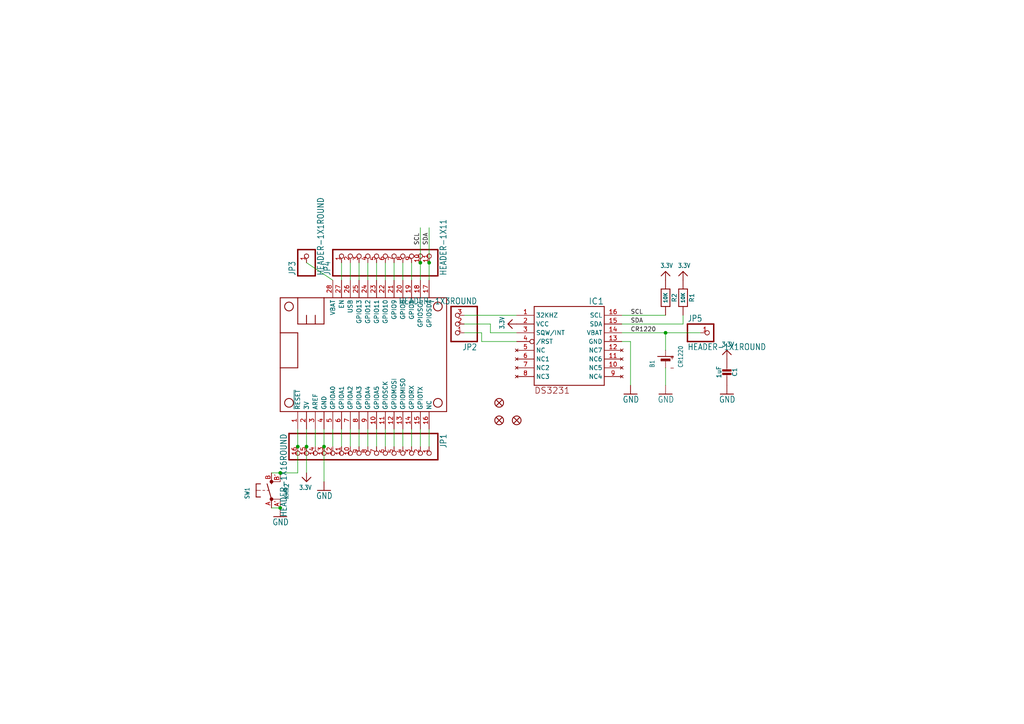
<source format=kicad_sch>
(kicad_sch (version 20211123) (generator eeschema)
  (paper "A4")
  (lib_symbols
    (symbol "eagleSchem-eagle-import:3.3V" (power)
      (property "Value" "3.3V" (at -1.524 1.016 0))
      (symbol "3.3V_1_0"
        (polyline (pts (xy -1.27 -1.27) (xy 0 0)) (stroke (width 0.254)))
        (polyline (pts (xy 0 0) (xy 1.27 -1.27)) (stroke (width 0.254)))
        (pin power_in line (at 0 -2.54 90) (length 2.54) (name "3.3V") (number "1"))
      )
    )
    (symbol "eagleSchem-eagle-import:BATTERYCR1220_2"
      (property "Reference" "B" (at -2.54 3.175 0))
      (property "Value" "BATTERYCR1220_2" (at -2.54 -5.08 0))
      (symbol "BATTERYCR1220_2_1_0"
        (polyline (pts (xy -2.54 0) (xy -0.635 0)) (stroke (width 0.1524)))
        (polyline (pts (xy -0.508 -1.27) (xy -0.508 1.27)) (stroke (width 0.254)))
        (polyline (pts (xy -0.508 1.27) (xy -0.254 1.27)) (stroke (width 0.254)))
        (polyline (pts (xy -0.254 -1.27) (xy -0.508 -1.27)) (stroke (width 0.254)))
        (polyline (pts (xy -0.254 1.27) (xy -0.254 -1.27)) (stroke (width 0.254)))
        (polyline (pts (xy -0.254 1.27) (xy 0 1.27)) (stroke (width 0.254)))
        (polyline (pts (xy 0 -1.27) (xy -0.254 -1.27)) (stroke (width 0.254)))
        (polyline (pts (xy 0 1.27) (xy 0 -1.27)) (stroke (width 0.254)))
        (polyline (pts (xy 0.762 2.286) (xy 0.762 -2.286)) (stroke (width 0.254)))
        (polyline (pts (xy 0.889 0) (xy 2.54 0)) (stroke (width 0.1524)))
        (text "+" (at 1.27 -1.143 900) (effects (font (size 1.27 1.0795)) (justify right top)))
        (text "-" (at -1.778 -1.143 900) (effects (font (size 1.27 1.0795)) (justify right top)))
        (pin passive line (at 2.54 0 180) (length 0) (name "+") (number "+"))
        (pin passive line (at -2.54 0 0) (length 0) (name "-") (number "-"))
      )
    )
    (symbol "eagleSchem-eagle-import:CAP_CERAMIC0805-NOOUTLINE"
      (property "Reference" "C" (at -2.29 1.25 90))
      (property "Value" "CAP_CERAMIC0805-NOOUTLINE" (at 2.3 1.25 90))
      (symbol "CAP_CERAMIC0805-NOOUTLINE_1_0"
        (rectangle (start -1.27 0.508) (end 1.27 1.016) (fill (type outline)))
        (rectangle (start -1.27 1.524) (end 1.27 2.032) (fill (type outline)))
        (polyline (pts (xy 0 0.762) (xy 0 0)) (stroke (width 0.1524)))
        (polyline (pts (xy 0 2.54) (xy 0 1.778)) (stroke (width 0.1524)))
        (pin passive line (at 0 5.08 270) (length 2.54) (name "1") (number "1"))
        (pin passive line (at 0 -2.54 90) (length 2.54) (name "2") (number "2"))
      )
    )
    (symbol "eagleSchem-eagle-import:DS3231{slash}SO"
      (property "Reference" "IC" (at 10.16 15.24 0))
      (symbol "DS3231{slash}SO_1_0"
        (polyline (pts (xy -10.16 -10.16) (xy -10.16 12.7)) (stroke (width 0.254)))
        (polyline (pts (xy -10.16 12.7) (xy 10.16 12.7)) (stroke (width 0.254)))
        (polyline (pts (xy 10.16 -10.16) (xy -10.16 -10.16)) (stroke (width 0.254)))
        (polyline (pts (xy 10.16 12.7) (xy 10.16 -10.16)) (stroke (width 0.254)))
        (text "DS3231" (at -10.16 -12.7 0) (effects (font (size 1.778 1.778)) (justify left bottom)))
        (pin output line (at -15.24 10.16 0) (length 5.08) (name "32KHZ") (number "1"))
        (pin no_connect line (at 15.24 -5.08 180) (length 5.08) (name "NC5") (number "10"))
        (pin no_connect line (at 15.24 -2.54 180) (length 5.08) (name "NC6") (number "11"))
        (pin no_connect line (at 15.24 0 180) (length 5.08) (name "NC7") (number "12"))
        (pin power_in line (at 15.24 2.54 180) (length 5.08) (name "GND") (number "13"))
        (pin power_in line (at 15.24 5.08 180) (length 5.08) (name "VBAT") (number "14"))
        (pin bidirectional line (at 15.24 7.62 180) (length 5.08) (name "SDA") (number "15"))
        (pin bidirectional line (at 15.24 10.16 180) (length 5.08) (name "SCL") (number "16"))
        (pin power_in line (at -15.24 7.62 0) (length 5.08) (name "VCC") (number "2"))
        (pin output line (at -15.24 5.08 0) (length 5.08) (name "SQW/INT") (number "3"))
        (pin passive inverted (at -15.24 2.54 0) (length 5.08) (name "/RST") (number "4"))
        (pin no_connect line (at -15.24 0 0) (length 5.08) (name "NC") (number "5"))
        (pin no_connect line (at -15.24 -2.54 0) (length 5.08) (name "NC1") (number "6"))
        (pin no_connect line (at -15.24 -5.08 0) (length 5.08) (name "NC2") (number "7"))
        (pin no_connect line (at -15.24 -7.62 0) (length 5.08) (name "NC3") (number "8"))
        (pin no_connect line (at 15.24 -7.62 180) (length 5.08) (name "NC4") (number "9"))
      )
    )
    (symbol "eagleSchem-eagle-import:FIDUCIAL{dblquote}{dblquote}"
      (symbol "FIDUCIAL{dblquote}{dblquote}_1_0"
        (polyline (pts (xy -0.762 0.762) (xy 0.762 -0.762)) (stroke (width 0.254)))
        (polyline (pts (xy 0.762 0.762) (xy -0.762 -0.762)) (stroke (width 0.254)))
        (circle (center 0 0) (radius 1.27) (stroke (width 0.254)))
      )
    )
    (symbol "eagleSchem-eagle-import:GND" (power)
      (property "Value" "GND" (at -2.54 -2.54 0))
      (symbol "GND_1_0"
        (polyline (pts (xy -1.905 0) (xy 1.905 0)) (stroke (width 0.254)))
        (pin power_in line (at 0 2.54 270) (length 2.54) (name "GND") (number "1"))
      )
    )
    (symbol "eagleSchem-eagle-import:HEADER-1X11"
      (property "Reference" "JP" (at -6.35 15.875 0))
      (property "Value" "HEADER-1X11" (at -6.35 -17.78 0))
      (symbol "HEADER-1X11_1_0"
        (polyline (pts (xy -6.35 -15.24) (xy 1.27 -15.24)) (stroke (width 0.4064)))
        (polyline (pts (xy -6.35 15.24) (xy -6.35 -15.24)) (stroke (width 0.4064)))
        (polyline (pts (xy 1.27 -15.24) (xy 1.27 15.24)) (stroke (width 0.4064)))
        (polyline (pts (xy 1.27 15.24) (xy -6.35 15.24)) (stroke (width 0.4064)))
        (pin passive inverted (at -2.54 12.7 0) (length 2.54) (name "1") (number "1"))
        (pin passive inverted (at -2.54 -10.16 0) (length 2.54) (name "10") (number "10"))
        (pin passive inverted (at -2.54 -12.7 0) (length 2.54) (name "11") (number "11"))
        (pin passive inverted (at -2.54 10.16 0) (length 2.54) (name "2") (number "2"))
        (pin passive inverted (at -2.54 7.62 0) (length 2.54) (name "3") (number "3"))
        (pin passive inverted (at -2.54 5.08 0) (length 2.54) (name "4") (number "4"))
        (pin passive inverted (at -2.54 2.54 0) (length 2.54) (name "5") (number "5"))
        (pin passive inverted (at -2.54 0 0) (length 2.54) (name "6") (number "6"))
        (pin passive inverted (at -2.54 -2.54 0) (length 2.54) (name "7") (number "7"))
        (pin passive inverted (at -2.54 -5.08 0) (length 2.54) (name "8") (number "8"))
        (pin passive inverted (at -2.54 -7.62 0) (length 2.54) (name "9") (number "9"))
      )
    )
    (symbol "eagleSchem-eagle-import:HEADER-1X16ROUND"
      (property "Reference" "JP" (at -6.35 20.955 0))
      (property "Value" "HEADER-1X16ROUND" (at -6.35 -25.4 0))
      (symbol "HEADER-1X16ROUND_1_0"
        (polyline (pts (xy -6.35 -22.86) (xy 1.27 -22.86)) (stroke (width 0.4064)))
        (polyline (pts (xy -6.35 20.32) (xy -6.35 -22.86)) (stroke (width 0.4064)))
        (polyline (pts (xy 1.27 -22.86) (xy 1.27 20.32)) (stroke (width 0.4064)))
        (polyline (pts (xy 1.27 20.32) (xy -6.35 20.32)) (stroke (width 0.4064)))
        (pin passive inverted (at -2.54 17.78 0) (length 2.54) (name "1") (number "1"))
        (pin passive inverted (at -2.54 -5.08 0) (length 2.54) (name "10") (number "10"))
        (pin passive inverted (at -2.54 -7.62 0) (length 2.54) (name "11") (number "11"))
        (pin passive inverted (at -2.54 -10.16 0) (length 2.54) (name "12") (number "12"))
        (pin passive inverted (at -2.54 -12.7 0) (length 2.54) (name "13") (number "13"))
        (pin passive inverted (at -2.54 -15.24 0) (length 2.54) (name "14") (number "14"))
        (pin passive inverted (at -2.54 -17.78 0) (length 2.54) (name "15") (number "15"))
        (pin passive inverted (at -2.54 -20.32 0) (length 2.54) (name "16") (number "16"))
        (pin passive inverted (at -2.54 15.24 0) (length 2.54) (name "2") (number "2"))
        (pin passive inverted (at -2.54 12.7 0) (length 2.54) (name "3") (number "3"))
        (pin passive inverted (at -2.54 10.16 0) (length 2.54) (name "4") (number "4"))
        (pin passive inverted (at -2.54 7.62 0) (length 2.54) (name "5") (number "5"))
        (pin passive inverted (at -2.54 5.08 0) (length 2.54) (name "6") (number "6"))
        (pin passive inverted (at -2.54 2.54 0) (length 2.54) (name "7") (number "7"))
        (pin passive inverted (at -2.54 0 0) (length 2.54) (name "8") (number "8"))
        (pin passive inverted (at -2.54 -2.54 0) (length 2.54) (name "9") (number "9"))
      )
    )
    (symbol "eagleSchem-eagle-import:HEADER-1X1ROUND"
      (property "Reference" "JP" (at -6.35 3.175 0))
      (property "Value" "HEADER-1X1ROUND" (at -6.35 -5.08 0))
      (symbol "HEADER-1X1ROUND_1_0"
        (polyline (pts (xy -6.35 -2.54) (xy 1.27 -2.54)) (stroke (width 0.4064)))
        (polyline (pts (xy -6.35 2.54) (xy -6.35 -2.54)) (stroke (width 0.4064)))
        (polyline (pts (xy 1.27 -2.54) (xy 1.27 2.54)) (stroke (width 0.4064)))
        (polyline (pts (xy 1.27 2.54) (xy -6.35 2.54)) (stroke (width 0.4064)))
        (pin passive inverted (at -2.54 0 0) (length 2.54) (name "1") (number "1"))
      )
    )
    (symbol "eagleSchem-eagle-import:HEADER-1X3ROUND"
      (property "Reference" "JP" (at -6.35 5.715 0))
      (property "Value" "HEADER-1X3ROUND" (at -6.35 -7.62 0))
      (symbol "HEADER-1X3ROUND_1_0"
        (polyline (pts (xy -6.35 -5.08) (xy 1.27 -5.08)) (stroke (width 0.4064)))
        (polyline (pts (xy -6.35 5.08) (xy -6.35 -5.08)) (stroke (width 0.4064)))
        (polyline (pts (xy 1.27 -5.08) (xy 1.27 5.08)) (stroke (width 0.4064)))
        (polyline (pts (xy 1.27 5.08) (xy -6.35 5.08)) (stroke (width 0.4064)))
        (pin passive inverted (at -2.54 2.54 0) (length 2.54) (name "1") (number "1"))
        (pin passive inverted (at -2.54 0 0) (length 2.54) (name "2") (number "2"))
        (pin passive inverted (at -2.54 -2.54 0) (length 2.54) (name "3") (number "3"))
      )
    )
    (symbol "eagleSchem-eagle-import:MICROSHIELD_NODIM"
      (symbol "MICROSHIELD_NODIM_1_0"
        (polyline (pts (xy 0 0) (xy 48.26 0)) (stroke (width 0.254)))
        (polyline (pts (xy 0 12.7) (xy 0 0)) (stroke (width 0.254)))
        (polyline (pts (xy 0 22.86) (xy 0 12.7)) (stroke (width 0.254)))
        (polyline (pts (xy 0 22.86) (xy 5.08 22.86)) (stroke (width 0.254)))
        (polyline (pts (xy 0 33.02) (xy 0 22.86)) (stroke (width 0.254)))
        (polyline (pts (xy 5.08 12.7) (xy 0 12.7)) (stroke (width 0.254)))
        (polyline (pts (xy 5.08 22.86) (xy 5.08 12.7)) (stroke (width 0.254)))
        (polyline (pts (xy 5.08 25.4) (xy 7.62 25.4)) (stroke (width 0.254)))
        (polyline (pts (xy 5.08 33.02) (xy 0 33.02)) (stroke (width 0.254)))
        (polyline (pts (xy 5.08 33.02) (xy 5.08 25.4)) (stroke (width 0.254)))
        (polyline (pts (xy 7.62 25.4) (xy 10.16 25.4)) (stroke (width 0.254)))
        (polyline (pts (xy 7.62 27.94) (xy 7.62 25.4)) (stroke (width 0.254)))
        (polyline (pts (xy 10.16 25.4) (xy 12.7 25.4)) (stroke (width 0.254)))
        (polyline (pts (xy 10.16 27.94) (xy 10.16 25.4)) (stroke (width 0.254)))
        (polyline (pts (xy 12.7 25.4) (xy 12.7 33.02)) (stroke (width 0.254)))
        (polyline (pts (xy 12.7 33.02) (xy 5.08 33.02)) (stroke (width 0.254)))
        (polyline (pts (xy 48.26 0) (xy 48.26 33.02)) (stroke (width 0.254)))
        (polyline (pts (xy 48.26 33.02) (xy 12.7 33.02)) (stroke (width 0.254)))
        (circle (center 2.54 2.54) (radius 1.27) (stroke (width 0.254)))
        (circle (center 2.54 30.48) (radius 1.27) (stroke (width 0.254)))
        (circle (center 45.72 2.54) (radius 1.27) (stroke (width 0.254)))
        (circle (center 45.72 30.48) (radius 1.27) (stroke (width 0.254)))
        (pin input line (at 5.08 -5.08 90) (length 5.08) (name "~{RESET}") (number "1"))
        (pin bidirectional line (at 27.94 -5.08 90) (length 5.08) (name "GPIOA5") (number "10"))
        (pin bidirectional line (at 30.48 -5.08 90) (length 5.08) (name "GPIOSCK") (number "11"))
        (pin bidirectional line (at 33.02 -5.08 90) (length 5.08) (name "GPIOMOSI") (number "12"))
        (pin bidirectional line (at 35.56 -5.08 90) (length 5.08) (name "GPIOMISO") (number "13"))
        (pin bidirectional line (at 38.1 -5.08 90) (length 5.08) (name "GPIORX") (number "14"))
        (pin bidirectional line (at 40.64 -5.08 90) (length 5.08) (name "GPIOTX") (number "15"))
        (pin passive line (at 43.18 -5.08 90) (length 5.08) (name "NC") (number "16"))
        (pin bidirectional line (at 43.18 38.1 270) (length 5.08) (name "GPIOSDA") (number "17"))
        (pin bidirectional line (at 40.64 38.1 270) (length 5.08) (name "GPIOSCL") (number "18"))
        (pin bidirectional line (at 38.1 38.1 270) (length 5.08) (name "GPIO5") (number "19"))
        (pin power_in line (at 7.62 -5.08 90) (length 5.08) (name "3V") (number "2"))
        (pin bidirectional line (at 35.56 38.1 270) (length 5.08) (name "GPIO6") (number "20"))
        (pin bidirectional line (at 33.02 38.1 270) (length 5.08) (name "GPIO9") (number "21"))
        (pin bidirectional line (at 30.48 38.1 270) (length 5.08) (name "GPIO10") (number "22"))
        (pin bidirectional line (at 27.94 38.1 270) (length 5.08) (name "GPIO11") (number "23"))
        (pin bidirectional line (at 25.4 38.1 270) (length 5.08) (name "GPIO12") (number "24"))
        (pin bidirectional line (at 22.86 38.1 270) (length 5.08) (name "GPIO13") (number "25"))
        (pin power_in line (at 20.32 38.1 270) (length 5.08) (name "USB") (number "26"))
        (pin passive line (at 17.78 38.1 270) (length 5.08) (name "EN") (number "27"))
        (pin power_in line (at 15.24 38.1 270) (length 5.08) (name "VBAT") (number "28"))
        (pin passive line (at 10.16 -5.08 90) (length 5.08) (name "AREF") (number "3"))
        (pin power_in line (at 12.7 -5.08 90) (length 5.08) (name "GND") (number "4"))
        (pin bidirectional line (at 15.24 -5.08 90) (length 5.08) (name "GPIOA0") (number "5"))
        (pin bidirectional line (at 17.78 -5.08 90) (length 5.08) (name "GPIOA1") (number "6"))
        (pin bidirectional line (at 20.32 -5.08 90) (length 5.08) (name "GPIOA2") (number "7"))
        (pin bidirectional line (at 22.86 -5.08 90) (length 5.08) (name "GPIOA3") (number "8"))
        (pin bidirectional line (at 25.4 -5.08 90) (length 5.08) (name "GPIOA4") (number "9"))
      )
    )
    (symbol "eagleSchem-eagle-import:RESISTOR0805_NOOUTLINE"
      (property "Reference" "R" (at 0 2.54 0))
      (property "Value" "RESISTOR0805_NOOUTLINE" (at 0 0 0))
      (symbol "RESISTOR0805_NOOUTLINE_1_0"
        (polyline (pts (xy -2.54 -1.27) (xy -2.54 1.27)) (stroke (width 0.254)))
        (polyline (pts (xy -2.54 1.27) (xy 2.54 1.27)) (stroke (width 0.254)))
        (polyline (pts (xy 2.54 -1.27) (xy -2.54 -1.27)) (stroke (width 0.254)))
        (polyline (pts (xy 2.54 1.27) (xy 2.54 -1.27)) (stroke (width 0.254)))
        (pin passive line (at -5.08 0 0) (length 2.54) (name "1") (number "1"))
        (pin passive line (at 5.08 0 180) (length 2.54) (name "2") (number "2"))
      )
    )
    (symbol "eagleSchem-eagle-import:SWITCH_TACT_SMT4.6X2.8"
      (property "Reference" "SW" (at -2.54 6.35 0))
      (property "Value" "SWITCH_TACT_SMT4.6X2.8" (at -2.54 -5.08 0))
      (symbol "SWITCH_TACT_SMT4.6X2.8_1_0"
        (circle (center -2.54 0) (radius 0.127) (stroke (width 0.4064)))
        (polyline (pts (xy -2.54 -2.54) (xy -2.54 0)) (stroke (width 0.1524)))
        (polyline (pts (xy -2.54 0) (xy 1.905 1.27)) (stroke (width 0.254)))
        (polyline (pts (xy -1.905 4.445) (xy -1.905 3.175)) (stroke (width 0.254)))
        (polyline (pts (xy 0 1.27) (xy 0 0.635)) (stroke (width 0.1524)))
        (polyline (pts (xy 0 2.54) (xy 0 1.905)) (stroke (width 0.1524)))
        (polyline (pts (xy 0 4.445) (xy -1.905 4.445)) (stroke (width 0.254)))
        (polyline (pts (xy 0 4.445) (xy 0 3.175)) (stroke (width 0.1524)))
        (polyline (pts (xy 1.905 0) (xy 2.54 0)) (stroke (width 0.254)))
        (polyline (pts (xy 1.905 4.445) (xy 0 4.445)) (stroke (width 0.254)))
        (polyline (pts (xy 1.905 4.445) (xy 1.905 3.175)) (stroke (width 0.254)))
        (polyline (pts (xy 2.54 -2.54) (xy 2.54 0)) (stroke (width 0.1524)))
        (circle (center 2.54 0) (radius 0.127) (stroke (width 0.4064)))
        (pin passive line (at -5.08 0 0) (length 2.54) (name "P") (number "A"))
        (pin passive line (at -5.08 -2.54 0) (length 2.54) (name "P1") (number "A'"))
        (pin passive line (at 5.08 0 180) (length 2.54) (name "S") (number "B"))
        (pin passive line (at 5.08 -2.54 180) (length 2.54) (name "S1") (number "B'"))
      )
    )
  )
  (junction (at 81.28 137.16))
  (junction (at 121.92 76.2))
  (junction (at 193.04 96.52))
  (junction (at 124.46 76.2))
  (junction (at 88.9 129.54))
  (junction (at 81.28 147.32))
  (junction (at 93.98 129.54))
  (junction (at 86.36 129.54))
  (wire (pts (xy 142.24 96.52) (xy 149.86 96.52)))
  (wire (pts (xy 124.46 76.2) (xy 124.46 66.04)))
  (wire (pts (xy 114.3 76.2) (xy 114.3 81.28)))
  (wire (pts (xy 139.7 99.06) (xy 149.86 99.06)))
  (wire (pts (xy 99.06 76.2) (xy 99.06 81.28)))
  (wire (pts (xy 180.34 91.44) (xy 193.04 91.44)))
  (wire (pts (xy 81.28 137.16) (xy 86.36 137.16)))
  (wire (pts (xy 198.12 93.98) (xy 198.12 91.44)))
  (wire (pts (xy 203.2 96.52) (xy 193.04 96.52)))
  (wire (pts (xy 86.36 137.16) (xy 86.36 129.54)))
  (wire (pts (xy 121.92 66.04) (xy 121.92 76.2)))
  (wire (pts (xy 180.34 93.98) (xy 198.12 93.98)))
  (wire (pts (xy 93.98 129.54) (xy 93.98 124.46)))
  (wire (pts (xy 180.34 99.06) (xy 182.88 99.06)))
  (wire (pts (xy 78.74 137.16) (xy 81.28 137.16)))
  (wire (pts (xy 121.92 129.54) (xy 121.92 124.46)))
  (wire (pts (xy 121.92 76.2) (xy 121.92 81.28)))
  (wire (pts (xy 119.38 129.54) (xy 119.38 124.46)))
  (wire (pts (xy 93.98 139.7) (xy 93.98 129.54)))
  (wire (pts (xy 86.36 129.54) (xy 86.36 124.46)))
  (wire (pts (xy 111.76 129.54) (xy 111.76 124.46)))
  (wire (pts (xy 180.34 96.52) (xy 193.04 96.52)))
  (wire (pts (xy 104.14 129.54) (xy 104.14 124.46)))
  (wire (pts (xy 106.68 129.54) (xy 106.68 124.46)))
  (wire (pts (xy 101.6 129.54) (xy 101.6 124.46)))
  (wire (pts (xy 109.22 76.2) (xy 109.22 81.28)))
  (wire (pts (xy 142.24 93.98) (xy 142.24 96.52)))
  (wire (pts (xy 114.3 129.54) (xy 114.3 124.46)))
  (wire (pts (xy 88.9 76.2) (xy 96.52 81.28)))
  (wire (pts (xy 88.9 137.16) (xy 88.9 129.54)))
  (wire (pts (xy 193.04 106.68) (xy 193.04 111.76)))
  (wire (pts (xy 91.44 129.54) (xy 91.44 124.46)))
  (wire (pts (xy 124.46 129.54) (xy 124.46 124.46)))
  (wire (pts (xy 106.68 76.2) (xy 106.68 81.28)))
  (wire (pts (xy 99.06 129.54) (xy 99.06 124.46)))
  (wire (pts (xy 81.28 147.32) (xy 78.74 147.32)))
  (wire (pts (xy 109.22 129.54) (xy 109.22 124.46)))
  (wire (pts (xy 101.6 76.2) (xy 101.6 81.28)))
  (wire (pts (xy 111.76 76.2) (xy 111.76 81.28)))
  (wire (pts (xy 104.14 76.2) (xy 104.14 81.28)))
  (wire (pts (xy 134.62 91.44) (xy 149.86 91.44)))
  (wire (pts (xy 88.9 129.54) (xy 88.9 124.46)))
  (wire (pts (xy 124.46 76.2) (xy 124.46 81.28)))
  (wire (pts (xy 182.88 99.06) (xy 182.88 111.76)))
  (wire (pts (xy 139.7 96.52) (xy 139.7 99.06)))
  (wire (pts (xy 134.62 93.98) (xy 142.24 93.98)))
  (wire (pts (xy 119.38 76.2) (xy 119.38 81.28)))
  (wire (pts (xy 96.52 129.54) (xy 96.52 124.46)))
  (wire (pts (xy 193.04 96.52) (xy 193.04 101.6)))
  (wire (pts (xy 116.84 76.2) (xy 116.84 81.28)))
  (wire (pts (xy 134.62 96.52) (xy 139.7 96.52)))
  (wire (pts (xy 116.84 129.54) (xy 116.84 124.46)))
  (label "SDA" (at 182.88 93.98 0) (effects (font (size 1.2446 1.2446))))
  (label "SCL" (at 182.88 91.44 0) (effects (font (size 1.2446 1.2446))))
  (label "CR1220" (at 182.88 96.52 0) (effects (font (size 1.2446 1.2446))))
  (label "SDA" (at 124.46 71.12 90) (effects (font (size 1.2446 1.2446))))
  (label "SCL" (at 121.92 71.12 90) (effects (font (size 1.2446 1.2446))))
  (symbol (lib_id "eagleSchem-eagle-import:GND") (at 210.82 114.3 0) (mirror y) (unit 1)
    (property "Reference" "#GND2" (effects hide))
    (property "Value" "GND" (at 213.36 116.84 0) (effects (font (size 1.778 1.5113)) (justify left bottom)))
    (property "Footprint" "eagleSchem:" (effects hide))
  )
  (symbol (lib_id "eagleSchem-eagle-import:HEADER-1X11") (at 111.76 73.66 90) (unit 1)
    (property "Reference" "JP4" (at 95.885 80.01 0) (effects (font (size 1.778 1.5113)) (justify left bottom)))
    (property "Value" "HEADER-1X11" (at 129.54 80.01 0) (effects (font (size 1.778 1.5113)) (justify left bottom)))
    (property "Footprint" "eagleSchem:1X11_ROUND" (effects hide))
  )
  (symbol (lib_id "eagleSchem-eagle-import:CAP_CERAMIC0805-NOOUTLINE") (at 210.82 106.68 180) (unit 1)
    (property "Reference" "C1" (at 213.11 107.93 90))
    (property "Value" "1uF" (at 208.52 107.93 90))
    (property "Footprint" "eagleSchem:0805-NO" (effects hide))
  )
  (symbol (lib_id "eagleSchem-eagle-import:GND") (at 93.98 142.24 0) (mirror y) (unit 1)
    (property "Reference" "#GND4" (effects hide))
    (property "Value" "GND" (at 96.52 144.78 0) (effects (font (size 1.778 1.5113)) (justify left bottom)))
    (property "Footprint" "eagleSchem:" (effects hide))
  )
  (symbol (lib_id "eagleSchem-eagle-import:3.3V") (at 210.82 101.6 0) (unit 1)
    (property "Reference" "#U$5" (effects hide))
    (property "Value" "3.3V" (at 209.296 100.584 0) (effects (font (size 1.27 1.0795)) (justify left bottom)))
    (property "Footprint" "eagleSchem:" (effects hide))
  )
  (symbol (lib_id "eagleSchem-eagle-import:3.3V") (at 198.12 78.74 0) (unit 1)
    (property "Reference" "#U$4" (effects hide))
    (property "Value" "3.3V" (at 196.596 77.724 0) (effects (font (size 1.27 1.0795)) (justify left bottom)))
    (property "Footprint" "eagleSchem:" (effects hide))
  )
  (symbol (lib_id "eagleSchem-eagle-import:GND") (at 193.04 114.3 0) (mirror y) (unit 1)
    (property "Reference" "#GND5" (effects hide))
    (property "Value" "GND" (at 195.58 116.84 0) (effects (font (size 1.778 1.5113)) (justify left bottom)))
    (property "Footprint" "eagleSchem:" (effects hide))
  )
  (symbol (lib_id "eagleSchem-eagle-import:3.3V") (at 88.9 139.7 180) (unit 1)
    (property "Reference" "#U$1" (effects hide))
    (property "Value" "3.3V" (at 90.424 140.716 0) (effects (font (size 1.27 1.0795)) (justify left bottom)))
    (property "Footprint" "eagleSchem:" (effects hide))
  )
  (symbol (lib_id "eagleSchem-eagle-import:HEADER-1X1ROUND") (at 88.9 73.66 90) (unit 1)
    (property "Reference" "JP3" (at 85.725 80.01 0) (effects (font (size 1.778 1.5113)) (justify left bottom)))
    (property "Value" "HEADER-1X1ROUND" (at 93.98 80.01 0) (effects (font (size 1.778 1.5113)) (justify left bottom)))
    (property "Footprint" "eagleSchem:1X01_ROUND" (effects hide))
  )
  (symbol (lib_id "eagleSchem-eagle-import:FIDUCIAL{dblquote}{dblquote}") (at 144.78 116.84 0) (unit 1)
    (property "Reference" "FID3" (effects hide))
    (property "Value" "FIDUCIAL{dblquote}{dblquote}" (effects hide))
    (property "Footprint" "eagleSchem:FIDUCIAL_1MM" (effects hide))
  )
  (symbol (lib_id "eagleSchem-eagle-import:GND") (at 81.28 149.86 0) (mirror y) (unit 1)
    (property "Reference" "#GND3" (effects hide))
    (property "Value" "GND" (at 83.82 152.4 0) (effects (font (size 1.778 1.5113)) (justify left bottom)))
    (property "Footprint" "eagleSchem:" (effects hide))
  )
  (symbol (lib_id "eagleSchem-eagle-import:FIDUCIAL{dblquote}{dblquote}") (at 149.86 121.92 0) (unit 1)
    (property "Reference" "FID2" (effects hide))
    (property "Value" "FIDUCIAL{dblquote}{dblquote}" (effects hide))
    (property "Footprint" "eagleSchem:FIDUCIAL_1MM" (effects hide))
  )
  (symbol (lib_id "eagleSchem-eagle-import:DS3231{slash}SO") (at 165.1 101.6 0) (unit 1)
    (property "Reference" "IC1" (at 175.26 86.36 0) (effects (font (size 1.778 1.778)) (justify right top)))
    (property "Value" "DS3231{slash}SO" (effects hide))
    (property "Footprint" "eagleSchem:SO16W" (effects hide))
  )
  (symbol (lib_id "eagleSchem-eagle-import:MICROSHIELD_NODIM") (at 81.28 119.38 0) (unit 1)
    (property "Reference" "MS1" (effects hide))
    (property "Value" "MICROSHIELD_NODIM" (effects hide))
    (property "Footprint" "eagleSchem:MICROSHIELD_DIM" (effects hide))
  )
  (symbol (lib_id "eagleSchem-eagle-import:HEADER-1X3ROUND") (at 132.08 93.98 180) (unit 1)
    (property "Reference" "JP2" (at 138.43 99.695 0) (effects (font (size 1.778 1.5113)) (justify left bottom)))
    (property "Value" "HEADER-1X3ROUND" (at 138.43 86.36 0) (effects (font (size 1.778 1.5113)) (justify left bottom)))
    (property "Footprint" "eagleSchem:1X03_ROUND" (effects hide))
  )
  (symbol (lib_id "eagleSchem-eagle-import:HEADER-1X16ROUND") (at 106.68 132.08 270) (unit 1)
    (property "Reference" "JP1" (at 127.635 125.73 0) (effects (font (size 1.778 1.5113)) (justify left bottom)))
    (property "Value" "HEADER-1X16ROUND" (at 81.28 125.73 0) (effects (font (size 1.778 1.5113)) (justify left bottom)))
    (property "Footprint" "eagleSchem:1X16_ROUND" (effects hide))
  )
  (symbol (lib_id "eagleSchem-eagle-import:FIDUCIAL{dblquote}{dblquote}") (at 144.78 121.92 0) (unit 1)
    (property "Reference" "FID1" (effects hide))
    (property "Value" "FIDUCIAL{dblquote}{dblquote}" (effects hide))
    (property "Footprint" "eagleSchem:FIDUCIAL_1MM" (effects hide))
  )
  (symbol (lib_id "eagleSchem-eagle-import:HEADER-1X1ROUND") (at 205.74 96.52 0) (unit 1)
    (property "Reference" "JP5" (at 199.39 93.345 0) (effects (font (size 1.778 1.5113)) (justify left bottom)))
    (property "Value" "HEADER-1X1ROUND" (at 199.39 101.6 0) (effects (font (size 1.778 1.5113)) (justify left bottom)))
    (property "Footprint" "eagleSchem:1X01_ROUND" (effects hide))
  )
  (symbol (lib_id "eagleSchem-eagle-import:RESISTOR0805_NOOUTLINE") (at 198.12 86.36 270) (unit 1)
    (property "Reference" "R1" (at 200.66 86.36 0))
    (property "Value" "10K" (at 198.12 86.36 0) (effects (font (size 1.016 1.016) bold)))
    (property "Footprint" "eagleSchem:0805-NO" (effects hide))
  )
  (symbol (lib_id "eagleSchem-eagle-import:3.3V") (at 193.04 78.74 0) (unit 1)
    (property "Reference" "#U$3" (effects hide))
    (property "Value" "3.3V" (at 191.516 77.724 0) (effects (font (size 1.27 1.0795)) (justify left bottom)))
    (property "Footprint" "eagleSchem:" (effects hide))
  )
  (symbol (lib_id "eagleSchem-eagle-import:GND") (at 182.88 114.3 0) (mirror y) (unit 1)
    (property "Reference" "#GND1" (effects hide))
    (property "Value" "GND" (at 185.42 116.84 0) (effects (font (size 1.778 1.5113)) (justify left bottom)))
    (property "Footprint" "eagleSchem:" (effects hide))
  )
  (symbol (lib_id "eagleSchem-eagle-import:BATTERYCR1220_2") (at 193.04 104.14 90) (unit 1)
    (property "Reference" "B1" (at 189.865 106.68 0) (effects (font (size 1.27 1.0795)) (justify left bottom)))
    (property "Value" "CR1220" (at 198.12 106.68 0) (effects (font (size 1.27 1.0795)) (justify left bottom)))
    (property "Footprint" "eagleSchem:CR1220-2" (effects hide))
  )
  (symbol (lib_id "eagleSchem-eagle-import:RESISTOR0805_NOOUTLINE") (at 193.04 86.36 270) (unit 1)
    (property "Reference" "R2" (at 195.58 86.36 0))
    (property "Value" "10K" (at 193.04 86.36 0) (effects (font (size 1.016 1.016) bold)))
    (property "Footprint" "eagleSchem:0805-NO" (effects hide))
  )
  (symbol (lib_id "eagleSchem-eagle-import:3.3V") (at 147.32 93.98 90) (unit 1)
    (property "Reference" "#U$2" (effects hide))
    (property "Value" "3.3V" (at 146.304 95.504 0) (effects (font (size 1.27 1.0795)) (justify left bottom)))
    (property "Footprint" "eagleSchem:" (effects hide))
  )
  (symbol (lib_id "eagleSchem-eagle-import:SWITCH_TACT_SMT4.6X2.8") (at 78.74 142.24 90) (unit 1)
    (property "Reference" "SW1" (at 72.39 144.78 0) (effects (font (size 1.27 1.0795)) (justify left bottom)))
    (property "Value" "KMR2" (at 83.82 144.78 0) (effects (font (size 1.27 1.0795)) (justify left bottom)))
    (property "Footprint" "eagleSchem:BTN_KMR2_4.6X2.8" (effects hide))
  )
)
</source>
